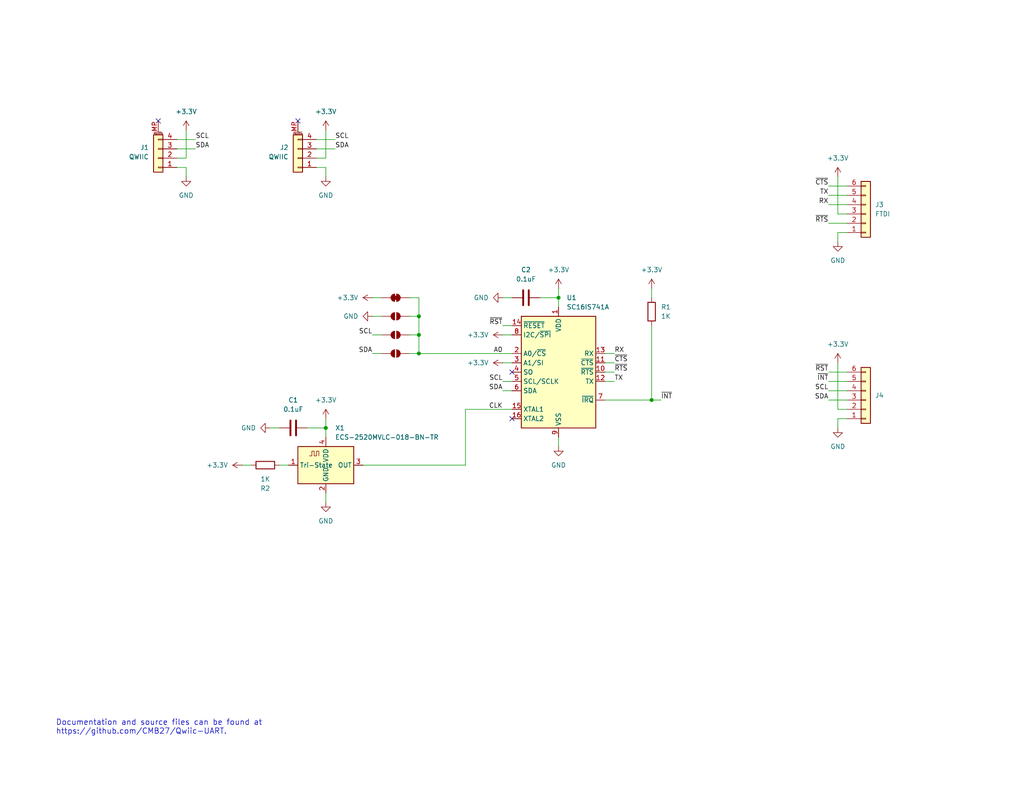
<source format=kicad_sch>
(kicad_sch (version 20231120) (generator "eeschema") (generator_version "8.0")
  (paper "USLetter")
  (title_block (title "Qwiic UART") (date "2025-01-11") (rev "0.0.1") (company "Designer: C. M. Bulliner") (comment 2 "OF MERCHANTABILITY, SATISFACTORY QUALITY AND FITNESS FOR A PARTICULAR PURPOSE.") (comment 3 "This document is distributed WITHOUT ANY EXPRESS OR IMPLIED WARRANTY, INCLUDING") (comment 4 "© 2025 C. M. Bulliner. Released under the CERN-OHL-P v2 license."))
  (lib_symbols
    (symbol "Connector_Generic:Conn_01x06" (pin_names (offset 1.016) hide)
      (property "Reference" "J" (at 0 7.62 0))
      (property "Value" "Conn_01x06" (at 0 -10.16 0))
      (symbol "Conn_01x06_1_1"
        (rectangle (start -1.27 -7.493) (end 0 -7.747) (stroke (width 0.1524)))
        (rectangle (start -1.27 -4.953) (end 0 -5.207) (stroke (width 0.1524)))
        (rectangle (start -1.27 -2.413) (end 0 -2.667) (stroke (width 0.1524)))
        (rectangle (start -1.27 0.127) (end 0 -0.127) (stroke (width 0.1524)))
        (rectangle (start -1.27 2.667) (end 0 2.413) (stroke (width 0.1524)))
        (rectangle (start -1.27 5.207) (end 0 4.953) (stroke (width 0.1524)))
        (rectangle (start -1.27 6.35) (end 1.27 -8.89) (stroke (width 0.254)) (fill (type background)))
        (pin passive line (at -5.08 5.08 0) (length 3.81) (name "Pin_1") (number "1"))
        (pin passive line (at -5.08 2.54 0) (length 3.81) (name "Pin_2") (number "2"))
        (pin passive line (at -5.08 0 0) (length 3.81) (name "Pin_3") (number "3"))
        (pin passive line (at -5.08 -2.54 0) (length 3.81) (name "Pin_4") (number "4"))
        (pin passive line (at -5.08 -5.08 0) (length 3.81) (name "Pin_5") (number "5"))
        (pin passive line (at -5.08 -7.62 0) (length 3.81) (name "Pin_6") (number "6"))
      )
    )
    (symbol "Connector_Generic_MountingPin:Conn_01x04_MountingPin" (pin_names (offset 1.016) hide)
      (property "Reference" "J" (at 0 5.08 0))
      (property "Value" "Conn_01x04_MountingPin" (at 1.27 -7.62 0))
      (symbol "Conn_01x04_MountingPin_1_1"
        (rectangle (start -1.27 -4.953) (end 0 -5.207) (stroke (width 0.1524)))
        (rectangle (start -1.27 -2.413) (end 0 -2.667) (stroke (width 0.1524)))
        (rectangle (start -1.27 0.127) (end 0 -0.127) (stroke (width 0.1524)))
        (rectangle (start -1.27 2.667) (end 0 2.413) (stroke (width 0.1524)))
        (rectangle (start -1.27 3.81) (end 1.27 -6.35) (stroke (width 0.254)) (fill (type background)))
        (polyline (pts (xy -1.016 -7.112) (xy 1.016 -7.112)) (stroke (width 0.1524)))
        (text "Mounting" (at 0 -6.731 0) (effects (font (size 0.381 0.381))))
        (pin passive line (at -5.08 2.54 0) (length 3.81) (name "Pin_1") (number "1"))
        (pin passive line (at -5.08 0 0) (length 3.81) (name "Pin_2") (number "2"))
        (pin passive line (at -5.08 -2.54 0) (length 3.81) (name "Pin_3") (number "3"))
        (pin passive line (at -5.08 -5.08 0) (length 3.81) (name "Pin_4") (number "4"))
        (pin passive line (at 0 -10.16 90) (length 3.048) (name "MountPin") (number "MP"))
      )
    )
    (symbol "Device:C" (pin_numbers hide) (pin_names (offset 0.254))
      (property "Reference" "C" (at 0.635 2.54 0))
      (property "Value" "C" (at 0.635 -2.54 0))
      (symbol "C_0_1"
        (polyline (pts (xy -2.032 -0.762) (xy 2.032 -0.762)) (stroke (width 0.508)))
        (polyline (pts (xy -2.032 0.762) (xy 2.032 0.762)) (stroke (width 0.508)))
      )
      (symbol "C_1_1"
        (pin passive line (at 0 3.81 270) (length 2.794) (name "~") (number "1"))
        (pin passive line (at 0 -3.81 90) (length 2.794) (name "~") (number "2"))
      )
    )
    (symbol "Device:R" (pin_numbers hide) (pin_names (offset 0))
      (property "Reference" "R" (at 2.032 0 90))
      (property "Value" "R" (at 0 0 90))
      (symbol "R_0_1"
        (rectangle (start -1.016 -2.54) (end 1.016 2.54) (stroke (width 0.254)))
      )
      (symbol "R_1_1"
        (pin passive line (at 0 3.81 270) (length 1.27) (name "~") (number "1"))
        (pin passive line (at 0 -3.81 90) (length 1.27) (name "~") (number "2"))
      )
    )
    (symbol "Interface_UART:SC16IS740"
      (property "Reference" "U" (at -8.89 16.51 0))
      (property "Value" "SC16IS740" (at 7.62 16.51 0))
      (symbol "SC16IS740_0_1"
        (rectangle (start -10.16 15.24) (end 10.16 -15.24) (stroke (width 0.254)) (fill (type background)))
      )
      (symbol "SC16IS740_1_1"
        (pin power_in line (at 0 17.78 270) (length 2.54) (name "VDD") (number "1"))
        (pin output line (at 12.7 0 180) (length 2.54) (name "~{RTS}") (number "10"))
        (pin input line (at 12.7 2.54 180) (length 2.54) (name "~{CTS}") (number "11"))
        (pin output line (at 12.7 -2.54 180) (length 2.54) (name "TX") (number "12"))
        (pin input line (at 12.7 5.08 180) (length 2.54) (name "RX") (number "13"))
        (pin input line (at -12.7 12.7 0) (length 2.54) (name "~{RESET}") (number "14"))
        (pin input line (at -12.7 -10.16 0) (length 2.54) (name "XTAL1") (number "15"))
        (pin output line (at -12.7 -12.7 0) (length 2.54) (name "XTAL2") (number "16"))
        (pin input line (at -12.7 5.08 0) (length 2.54) (name "A0/~{CS}") (number "2"))
        (pin input line (at -12.7 2.54 0) (length 2.54) (name "A1/SI") (number "3"))
        (pin output line (at -12.7 0 0) (length 2.54) (name "SO") (number "4"))
        (pin input line (at -12.7 -2.54 0) (length 2.54) (name "SCL/SCLK") (number "5"))
        (pin bidirectional line (at -12.7 -5.08 0) (length 2.54) (name "SDA") (number "6"))
        (pin open_collector line (at 12.7 -7.62 180) (length 2.54) (name "~{IRQ}") (number "7"))
        (pin input line (at -12.7 10.16 0) (length 2.54) (name "I2C/~{SPI}") (number "8"))
        (pin power_in line (at 0 -17.78 90) (length 2.54) (name "VSS") (number "9"))
      )
    )
    (symbol "Jumper:SolderJumper_2_Bridged" (pin_numbers hide) (pin_names (offset 0) hide) (exclude_from_sim yes) (in_bom no)
      (property "Reference" "JP" (at 0 2.032 0))
      (property "Value" "SolderJumper_2_Bridged" (at 0 -2.54 0))
      (symbol "SolderJumper_2_Bridged_0_1"
        (rectangle (start -0.508 0.508) (end 0.508 -0.508) (fill (type outline)))
        (arc (start -0.254 1.016) (mid -1.2656 0) (end -0.254 -1.016))
        (arc (start -0.254 1.016) (mid -1.2656 0) (end -0.254 -1.016) (fill (type outline)))
        (polyline (pts (xy -0.254 1.016) (xy -0.254 -1.016)))
        (polyline (pts (xy 0.254 1.016) (xy 0.254 -1.016)))
        (arc (start 0.254 -1.016) (mid 1.2656 0) (end 0.254 1.016))
        (arc (start 0.254 -1.016) (mid 1.2656 0) (end 0.254 1.016) (fill (type outline)))
      )
      (symbol "SolderJumper_2_Bridged_1_1"
        (pin passive line (at -3.81 0 0) (length 2.54) (name "A") (number "1"))
        (pin passive line (at 3.81 0 180) (length 2.54) (name "B") (number "2"))
      )
    )
    (symbol "Jumper:SolderJumper_2_Open" (pin_numbers hide) (pin_names (offset 0) hide) (exclude_from_sim yes) (in_bom no)
      (property "Reference" "JP" (at 0 2.032 0))
      (property "Value" "SolderJumper_2_Open" (at 0 -2.54 0))
      (symbol "SolderJumper_2_Open_0_1"
        (arc (start -0.254 1.016) (mid -1.2656 0) (end -0.254 -1.016))
        (arc (start -0.254 1.016) (mid -1.2656 0) (end -0.254 -1.016) (fill (type outline)))
        (polyline (pts (xy -0.254 1.016) (xy -0.254 -1.016)))
        (polyline (pts (xy 0.254 1.016) (xy 0.254 -1.016)))
        (arc (start 0.254 -1.016) (mid 1.2656 0) (end 0.254 1.016))
        (arc (start 0.254 -1.016) (mid 1.2656 0) (end 0.254 1.016) (fill (type outline)))
      )
      (symbol "SolderJumper_2_Open_1_1"
        (pin passive line (at -3.81 0 0) (length 2.54) (name "A") (number "1"))
        (pin passive line (at 3.81 0 180) (length 2.54) (name "B") (number "2"))
      )
    )
    (symbol "Oscillator:ECS-2520MV-xxx-xx"
      (property "Reference" "X" (at -5.08 6.35 0))
      (property "Value" "ECS-2520MV-xxx-xx" (at 1.27 -6.35 0))
      (symbol "ECS-2520MV-xxx-xx_0_1"
        (rectangle (start -7.62 5.08) (end 7.62 -5.08) (stroke (width 0.254)) (fill (type background)))
        (polyline (pts (xy -4.445 2.54) (xy -3.81 2.54) (xy -3.81 3.81) (xy -3.175 3.81) (xy -3.175 2.54) (xy -2.54 2.54) (xy -2.54 3.81) (xy -1.905 3.81) (xy -1.905 2.54)))
      )
      (symbol "ECS-2520MV-xxx-xx_1_1"
        (pin input line (at -10.16 0 0) (length 2.54) (name "Tri-State") (number "1"))
        (pin power_in line (at 0 -7.62 90) (length 2.54) (name "GND") (number "2"))
        (pin output line (at 10.16 0 180) (length 2.54) (name "OUT") (number "3"))
        (pin power_in line (at 0 7.62 270) (length 2.54) (name "VDD") (number "4"))
      )
    )
    (symbol "power:+3.3V" (power) (pin_numbers hide) (pin_names (offset 0) hide)
      (property "Value" "+3.3V" (at 0 3.556 0))
      (symbol "+3.3V_0_1"
        (polyline (pts (xy -0.762 1.27) (xy 0 2.54)))
        (polyline (pts (xy 0 0) (xy 0 2.54)))
        (polyline (pts (xy 0 2.54) (xy 0.762 1.27)))
      )
      (symbol "+3.3V_1_1"
        (pin power_in line (at 0 0 90) (length 0) (name "~") (number "1"))
      )
    )
    (symbol "power:GND" (power) (pin_numbers hide) (pin_names (offset 0) hide)
      (property "Value" "GND" (at 0 -3.81 0))
      (symbol "GND_0_1"
        (polyline (pts (xy 0 0) (xy 0 -1.27) (xy 1.27 -1.27) (xy 0 -2.54) (xy -1.27 -1.27) (xy 0 -1.27)))
      )
      (symbol "GND_1_1"
        (pin power_in line (at 0 0 270) (length 0) (name "~") (number "1"))
      )
    )
  )
  (junction (at 88.9 116.84))
  (junction (at 152.4 81.28))
  (junction (at 177.8 109.22))
  (junction (at 114.3 91.44))
  (junction (at 114.3 86.36))
  (junction (at 114.3 96.52))
  (no_connect (at 81.28 33.02))
  (no_connect (at 139.7 101.6))
  (no_connect (at 139.7 114.3))
  (no_connect (at 43.18 33.02))
  (wire (pts (xy 226.06 106.68) (xy 231.14 106.68)))
  (wire (pts (xy 50.8 43.18) (xy 50.8 35.56)))
  (wire (pts (xy 76.2 127) (xy 78.74 127)))
  (wire (pts (xy 165.1 104.14) (xy 167.64 104.14)))
  (wire (pts (xy 165.1 109.22) (xy 177.8 109.22)))
  (wire (pts (xy 48.26 45.72) (xy 50.8 45.72)))
  (wire (pts (xy 165.1 101.6) (xy 167.64 101.6)))
  (wire (pts (xy 137.16 91.44) (xy 139.7 91.44)))
  (wire (pts (xy 114.3 96.52) (xy 111.76 96.52)))
  (wire (pts (xy 226.06 101.6) (xy 231.14 101.6)))
  (wire (pts (xy 177.8 78.74) (xy 177.8 81.28)))
  (wire (pts (xy 114.3 96.52) (xy 139.7 96.52)))
  (wire (pts (xy 137.16 104.14) (xy 139.7 104.14)))
  (wire (pts (xy 88.9 116.84) (xy 88.9 119.38)))
  (wire (pts (xy 226.06 60.96) (xy 231.14 60.96)))
  (wire (pts (xy 86.36 43.18) (xy 88.9 43.18)))
  (wire (pts (xy 231.14 63.5) (xy 228.6 63.5)))
  (wire (pts (xy 48.26 40.64) (xy 53.34 40.64)))
  (wire (pts (xy 231.14 114.3) (xy 228.6 114.3)))
  (wire (pts (xy 177.8 88.9) (xy 177.8 109.22)))
  (wire (pts (xy 152.4 81.28) (xy 152.4 83.82)))
  (wire (pts (xy 228.6 48.26) (xy 228.6 58.42)))
  (wire (pts (xy 114.3 81.28) (xy 114.3 86.36)))
  (wire (pts (xy 86.36 40.64) (xy 91.44 40.64)))
  (wire (pts (xy 101.6 96.52) (xy 104.14 96.52)))
  (wire (pts (xy 86.36 45.72) (xy 88.9 45.72)))
  (wire (pts (xy 147.32 81.28) (xy 152.4 81.28)))
  (wire (pts (xy 137.16 106.68) (xy 139.7 106.68)))
  (wire (pts (xy 68.58 127) (xy 66.04 127)))
  (wire (pts (xy 226.06 109.22) (xy 231.14 109.22)))
  (wire (pts (xy 111.76 81.28) (xy 114.3 81.28)))
  (wire (pts (xy 165.1 96.52) (xy 167.64 96.52)))
  (wire (pts (xy 48.26 43.18) (xy 50.8 43.18)))
  (wire (pts (xy 50.8 45.72) (xy 50.8 48.26)))
  (wire (pts (xy 99.06 127) (xy 127 127)))
  (wire (pts (xy 228.6 58.42) (xy 231.14 58.42)))
  (wire (pts (xy 152.4 78.74) (xy 152.4 81.28)))
  (wire (pts (xy 152.4 119.38) (xy 152.4 121.92)))
  (wire (pts (xy 101.6 81.28) (xy 104.14 81.28)))
  (wire (pts (xy 73.66 116.84) (xy 76.2 116.84)))
  (wire (pts (xy 88.9 134.62) (xy 88.9 137.16)))
  (wire (pts (xy 228.6 63.5) (xy 228.6 66.04)))
  (wire (pts (xy 111.76 86.36) (xy 114.3 86.36)))
  (wire (pts (xy 48.26 38.1) (xy 53.34 38.1)))
  (wire (pts (xy 137.16 99.06) (xy 139.7 99.06)))
  (wire (pts (xy 127 127) (xy 127 111.76)))
  (wire (pts (xy 101.6 91.44) (xy 104.14 91.44)))
  (wire (pts (xy 88.9 116.84) (xy 83.82 116.84)))
  (wire (pts (xy 226.06 53.34) (xy 231.14 53.34)))
  (wire (pts (xy 114.3 86.36) (xy 114.3 91.44)))
  (wire (pts (xy 111.76 91.44) (xy 114.3 91.44)))
  (wire (pts (xy 86.36 38.1) (xy 91.44 38.1)))
  (wire (pts (xy 165.1 99.06) (xy 167.64 99.06)))
  (wire (pts (xy 226.06 50.8) (xy 231.14 50.8)))
  (wire (pts (xy 228.6 99.06) (xy 228.6 111.76)))
  (wire (pts (xy 101.6 86.36) (xy 104.14 86.36)))
  (wire (pts (xy 88.9 43.18) (xy 88.9 35.56)))
  (wire (pts (xy 137.16 88.9) (xy 139.7 88.9)))
  (wire (pts (xy 228.6 114.3) (xy 228.6 116.84)))
  (wire (pts (xy 88.9 114.3) (xy 88.9 116.84)))
  (wire (pts (xy 177.8 109.22) (xy 180.34 109.22)))
  (wire (pts (xy 114.3 91.44) (xy 114.3 96.52)))
  (wire (pts (xy 226.06 55.88) (xy 231.14 55.88)))
  (wire (pts (xy 127 111.76) (xy 139.7 111.76)))
  (wire (pts (xy 228.6 111.76) (xy 231.14 111.76)))
  (wire (pts (xy 137.16 81.28) (xy 139.7 81.28)))
  (wire (pts (xy 88.9 45.72) (xy 88.9 48.26)))
  (wire (pts (xy 226.06 104.14) (xy 231.14 104.14)))
  (text "Documentation and source files can be found at\nhttps://github.com/CMB27/Qwiic-UART." (at 15.24 200.66 0) (effects (font (size 1.5 1.5)) (justify left bottom)))
  (label "SDA" (at 101.6 96.52 180))
  (label "SCL" (at 226.06 106.68 180))
  (label "~{CTS}" (at 167.64 99.06 0))
  (label "SDA" (at 53.34 40.64 0))
  (label "SCL" (at 101.6 91.44 180))
  (label "SCL" (at 137.16 104.14 180))
  (label "~{RTS}" (at 226.06 60.96 180))
  (label "~{RST}" (at 226.06 101.6 180))
  (label "~{RST}" (at 137.16 88.9 180))
  (label "SDA" (at 226.06 109.22 180))
  (label "~{INT}" (at 226.06 104.14 180))
  (label "TX" (at 226.06 53.34 180))
  (label "SDA" (at 137.16 106.68 180))
  (label "~{CTS}" (at 226.06 50.8 180))
  (label "RX" (at 167.64 96.52 0))
  (label "TX" (at 167.64 104.14 0))
  (label "SCL" (at 53.34 38.1 0))
  (label "CLK" (at 137.16 111.76 180))
  (label "A0" (at 137.16 96.52 180))
  (label "RX" (at 226.06 55.88 180))
  (label "SDA" (at 91.44 40.64 0))
  (label "~{RTS}" (at 167.64 101.6 0))
  (label "SCL" (at 91.44 38.1 0))
  (label "~{INT}" (at 180.34 109.22 0))
  (symbol (lib_id "power:GND") (at 88.9 48.26 0) (unit 1)
    (property "Reference" "#PWR02" (effects (hide yes)))
    (property "Value" "GND" (at 88.9 53.34 0))
    (property "Description" "Power symbol creates a global label with name \"GND\" , ground" (effects (hide yes)))
  )
  (symbol (lib_id "Jumper:SolderJumper_2_Open") (at 107.95 91.44 0) (unit 1) (exclude_from_sim yes) (in_bom no)
    (property "Reference" "JP3" (effects (hide yes)))
    (property "Value" "SolderJumper_2_Open" (effects (hide yes)))
    (property "Footprint" "Jumper:SolderJumper-2_P1.3mm_Open_RoundedPad1.0x1.5mm" (effects (hide yes)))
    (property "Description" "Solder Jumper, 2-pole, open" (effects (hide yes)))
  )
  (symbol (lib_id "power:GND") (at 228.6 116.84 0) (unit 1)
    (property "Reference" "#PWR013" (effects (hide yes)))
    (property "Value" "GND" (at 228.6 121.92 0))
    (property "Description" "Power symbol creates a global label with name \"GND\" , ground" (effects (hide yes)))
  )
  (symbol (lib_id "power:GND") (at 88.9 137.16 0) (unit 1)
    (property "Reference" "#PWR09" (effects (hide yes)))
    (property "Value" "GND" (at 88.9 142.24 0))
    (property "Description" "Power symbol creates a global label with name \"GND\" , ground" (effects (hide yes)))
  )
  (symbol (lib_id "power:GND") (at 101.6 86.36 270) (unit 1)
    (property "Reference" "#PWR017" (effects (hide yes)))
    (property "Value" "GND" (at 97.79 86.3599 90) (effects (justify right)))
    (property "Description" "Power symbol creates a global label with name \"GND\" , ground" (effects (hide yes)))
  )
  (symbol (lib_id "power:+3.3V") (at 228.6 99.06 0) (unit 1)
    (property "Reference" "#PWR014" (effects (hide yes)))
    (property "Value" "+3.3V" (at 228.6 93.98 0))
    (property "Description" "Power symbol creates a global label with name \"+3.3V\"" (effects (hide yes)))
  )
  (symbol (lib_id "Connector_Generic_MountingPin:Conn_01x04_MountingPin") (at 81.28 43.18 180) (unit 1)
    (property "Reference" "J2" (at 78.74 40.2843 0) (effects (justify left)))
    (property "Value" "QWIIC" (at 78.74 42.8243 0) (effects (justify left)))
    (property "Footprint" "Connector_JST:JST_SH_SM04B-SRSS-TB_1x04-1MP_P1.00mm_Horizontal" (effects (hide yes)))
    (property "Description" "Generic connectable mounting pin connector, single row, 01x04, script generated (kicad-library-utils/schlib/autogen/connector/)" (effects (hide yes)))
  )
  (symbol (lib_id "Jumper:SolderJumper_2_Open") (at 107.95 96.52 0) (unit 1) (exclude_from_sim yes) (in_bom no)
    (property "Reference" "JP4" (effects (hide yes)))
    (property "Value" "SolderJumper_2_Open" (effects (hide yes)))
    (property "Footprint" "Jumper:SolderJumper-2_P1.3mm_Open_RoundedPad1.0x1.5mm" (effects (hide yes)))
    (property "Description" "Solder Jumper, 2-pole, open" (effects (hide yes)))
  )
  (symbol (lib_id "power:+3.3V") (at 88.9 114.3 0) (unit 1)
    (property "Reference" "#PWR010" (effects (hide yes)))
    (property "Value" "+3.3V" (at 88.9 109.22 0))
    (property "Description" "Power symbol creates a global label with name \"+3.3V\"" (effects (hide yes)))
  )
  (symbol (lib_id "Connector_Generic_MountingPin:Conn_01x04_MountingPin") (at 43.18 43.18 180) (unit 1)
    (property "Reference" "J1" (at 40.64 40.2843 0) (effects (justify left)))
    (property "Value" "QWIIC" (at 40.64 42.8243 0) (effects (justify left)))
    (property "Footprint" "Connector_JST:JST_SH_SM04B-SRSS-TB_1x04-1MP_P1.00mm_Horizontal" (effects (hide yes)))
    (property "Description" "Generic connectable mounting pin connector, single row, 01x04, script generated (kicad-library-utils/schlib/autogen/connector/)" (effects (hide yes)))
  )
  (symbol (lib_id "Connector_Generic:Conn_01x06") (at 236.22 58.42 0) (mirror x) (unit 1) (in_bom no)
    (property "Reference" "J3" (at 238.76 55.88 0) (effects (justify left)))
    (property "Value" "FTDI" (at 238.76 58.42 0) (effects (justify left)))
    (property "Footprint" "Project_Footprints:PinHeader_1x06_P2.54mm" (effects (hide yes)))
    (property "Description" "Generic connector, single row, 01x06, script generated (kicad-library-utils/schlib/autogen/connector/)" (effects (hide yes)))
  )
  (symbol (lib_id "power:+3.3V") (at 137.16 91.44 90) (unit 1)
    (property "Reference" "#PWR07" (effects (hide yes)))
    (property "Value" "+3.3V" (at 133.35 91.4399 90) (effects (justify left)))
    (property "Description" "Power symbol creates a global label with name \"+3.3V\"" (effects (hide yes)))
  )
  (symbol (lib_id "Device:C") (at 143.51 81.28 90) (unit 1)
    (property "Reference" "C2" (at 143.51 73.66 90))
    (property "Value" "0.1uF" (at 143.51 76.2 90))
    (property "Footprint" "Capacitor_SMD:C_0603_1608Metric_Pad1.08x0.95mm_HandSolder" (effects (hide yes)))
    (property "Description" "Unpolarized capacitor" (effects (hide yes)))
  )
  (symbol (lib_id "power:GND") (at 137.16 81.28 270) (unit 1)
    (property "Reference" "#PWR06" (effects (hide yes)))
    (property "Value" "GND" (at 133.35 81.2799 90) (effects (justify right)))
    (property "Description" "Power symbol creates a global label with name \"GND\" , ground" (effects (hide yes)))
  )
  (symbol (lib_id "power:+3.3V") (at 137.16 99.06 90) (unit 1)
    (property "Reference" "#PWR022" (effects (hide yes)))
    (property "Value" "+3.3V" (at 133.35 99.0599 90) (effects (justify left)))
    (property "Description" "Power symbol creates a global label with name \"+3.3V\"" (effects (hide yes)))
  )
  (symbol (lib_id "Oscillator:ECS-2520MV-xxx-xx") (at 88.9 127 0) (unit 1)
    (property "Reference" "X1" (at 91.44 116.84 0) (effects (justify left)))
    (property "Value" "ECS-2520MVLC-018-BN-TR" (at 91.44 119.38 0) (effects (justify left)))
    (property "Footprint" "Oscillator:Oscillator_SMD_ECS_2520MV-xxx-xx-4Pin_2.5x2.0mm" (effects (hide yes)))
    (property "Datasheet" "https://ecsxtal.com/store/pdf/ECS-2520MVLC.pdf" (effects (hide yes)))
    (property "Description" "HCMOS Crystal Clock Oscillator, 2.5x2.0 mm SMD" (effects (hide yes)))
  )
  (symbol (lib_id "power:GND") (at 73.66 116.84 270) (unit 1)
    (property "Reference" "#PWR020" (effects (hide yes)))
    (property "Value" "GND" (at 69.85 116.8399 90) (effects (justify right)))
    (property "Description" "Power symbol creates a global label with name \"GND\" , ground" (effects (hide yes)))
  )
  (symbol (lib_id "power:+3.3V") (at 177.8 78.74 0) (unit 1)
    (property "Reference" "#PWR019" (effects (hide yes)))
    (property "Value" "+3.3V" (at 177.8 73.66 0))
    (property "Description" "Power symbol creates a global label with name \"+3.3V\"" (effects (hide yes)))
  )
  (symbol (lib_id "Jumper:SolderJumper_2_Bridged") (at 107.95 81.28 0) (unit 1) (exclude_from_sim yes) (in_bom no)
    (property "Reference" "JP1" (effects (hide yes)))
    (property "Value" "SolderJumper_2_Bridged" (effects (hide yes)))
    (property "Footprint" "Jumper:SolderJumper-2_P1.3mm_Bridged_RoundedPad1.0x1.5mm" (effects (hide yes)))
    (property "Description" "Solder Jumper, 2-pole, closed/bridged" (effects (hide yes)))
  )
  (symbol (lib_id "power:+3.3V") (at 101.6 81.28 90) (unit 1)
    (property "Reference" "#PWR015" (effects (hide yes)))
    (property "Value" "+3.3V" (at 97.79 81.2799 90) (effects (justify left)))
    (property "Description" "Power symbol creates a global label with name \"+3.3V\"" (effects (hide yes)))
  )
  (symbol (lib_id "power:GND") (at 50.8 48.26 0) (unit 1)
    (property "Reference" "#PWR04" (effects (hide yes)))
    (property "Value" "GND" (at 50.8 53.34 0))
    (property "Description" "Power symbol creates a global label with name \"GND\" , ground" (effects (hide yes)))
  )
  (symbol (lib_id "Jumper:SolderJumper_2_Open") (at 107.95 86.36 0) (unit 1) (exclude_from_sim yes) (in_bom no)
    (property "Reference" "JP2" (effects (hide yes)))
    (property "Value" "SolderJumper_2_Open" (effects (hide yes)))
    (property "Footprint" "Jumper:SolderJumper-2_P1.3mm_Open_RoundedPad1.0x1.5mm" (effects (hide yes)))
    (property "Description" "Solder Jumper, 2-pole, open" (effects (hide yes)))
  )
  (symbol (lib_id "power:+3.3V") (at 228.6 48.26 0) (unit 1)
    (property "Reference" "#PWR012" (effects (hide yes)))
    (property "Value" "+3.3V" (at 228.6 43.18 0))
    (property "Description" "Power symbol creates a global label with name \"+3.3V\"" (effects (hide yes)))
  )
  (symbol (lib_id "Device:R") (at 72.39 127 90) (unit 1)
    (property "Reference" "R2" (at 72.39 133.35 90))
    (property "Value" "1K" (at 72.39 130.81 90))
    (property "Footprint" "Resistor_SMD:R_0603_1608Metric_Pad0.98x0.95mm_HandSolder" (effects (hide yes)))
    (property "Description" "Resistor" (effects (hide yes)))
  )
  (symbol (lib_id "Device:C") (at 80.01 116.84 90) (unit 1)
    (property "Reference" "C1" (at 80.01 109.22 90))
    (property "Value" "0.1uF" (at 80.01 111.76 90))
    (property "Footprint" "Capacitor_SMD:C_0603_1608Metric_Pad1.08x0.95mm_HandSolder" (effects (hide yes)))
    (property "Description" "Unpolarized capacitor" (effects (hide yes)))
  )
  (symbol (lib_id "Device:R") (at 177.8 85.09 0) (unit 1)
    (property "Reference" "R1" (at 180.34 83.8199 0) (effects (justify left)))
    (property "Value" "1K" (at 180.34 86.3599 0) (effects (justify left)))
    (property "Footprint" "Resistor_SMD:R_0603_1608Metric_Pad0.98x0.95mm_HandSolder" (effects (hide yes)))
    (property "Description" "Resistor" (effects (hide yes)))
  )
  (symbol (lib_id "Interface_UART:SC16IS740") (at 152.4 101.6 0) (unit 1)
    (property "Reference" "U1" (at 154.5941 81.28 0) (effects (justify left)))
    (property "Value" "SC16IS741A" (at 154.5941 83.82 0) (effects (justify left)))
    (property "Footprint" "Package_SO:TSSOP-16_4.4x5mm_P0.65mm" (effects (hide yes)))
    (property "Datasheet" "https://www.nxp.com/docs/en/data-sheet/SC16IS741A.pdf" (effects (hide yes)))
    (property "Description" "Single UART with I2C/SPI interface, 64 bytes of transmit and receive FIFOs, IrDA SIR built-in support, TSSOP-16" (effects (hide yes)))
  )
  (symbol (lib_id "power:+3.3V") (at 50.8 35.56 0) (unit 1)
    (property "Reference" "#PWR03" (effects (hide yes)))
    (property "Value" "+3.3V" (at 50.8 30.48 0))
    (property "Description" "Power symbol creates a global label with name \"+3.3V\"" (effects (hide yes)))
  )
  (symbol (lib_id "power:+3.3V") (at 88.9 35.56 0) (unit 1)
    (property "Reference" "#PWR01" (effects (hide yes)))
    (property "Value" "+3.3V" (at 88.9 30.48 0))
    (property "Description" "Power symbol creates a global label with name \"+3.3V\"" (effects (hide yes)))
  )
  (symbol (lib_id "power:+3.3V") (at 152.4 78.74 0) (unit 1)
    (property "Reference" "#PWR05" (effects (hide yes)))
    (property "Value" "+3.3V" (at 152.4 73.66 0))
    (property "Description" "Power symbol creates a global label with name \"+3.3V\"" (effects (hide yes)))
  )
  (symbol (lib_id "power:GND") (at 228.6 66.04 0) (unit 1)
    (property "Reference" "#PWR011" (effects (hide yes)))
    (property "Value" "GND" (at 228.6 71.12 0))
    (property "Description" "Power symbol creates a global label with name \"GND\" , ground" (effects (hide yes)))
  )
  (symbol (lib_id "power:GND") (at 152.4 121.92 0) (unit 1)
    (property "Reference" "#PWR08" (effects (hide yes)))
    (property "Value" "GND" (at 152.4 127 0))
    (property "Description" "Power symbol creates a global label with name \"GND\" , ground" (effects (hide yes)))
  )
  (symbol (lib_id "Connector_Generic:Conn_01x06") (at 236.22 109.22 0) (mirror x) (unit 1) (in_bom no)
    (property "Reference" "J4" (at 238.76 107.95 0) (effects (justify left)))
    (property "Footprint" "Project_Footprints:PinHeader_1x06_P2.54mm" (effects (hide yes)))
    (property "Description" "Generic connector, single row, 01x06, script generated (kicad-library-utils/schlib/autogen/connector/)" (effects (hide yes)))
  )
  (symbol (lib_id "power:+3.3V") (at 66.04 127 90) (unit 1)
    (property "Reference" "#PWR021" (effects (hide yes)))
    (property "Value" "+3.3V" (at 62.23 126.9999 90) (effects (justify left)))
    (property "Description" "Power symbol creates a global label with name \"+3.3V\"" (effects (hide yes)))
  )
)
</source>
